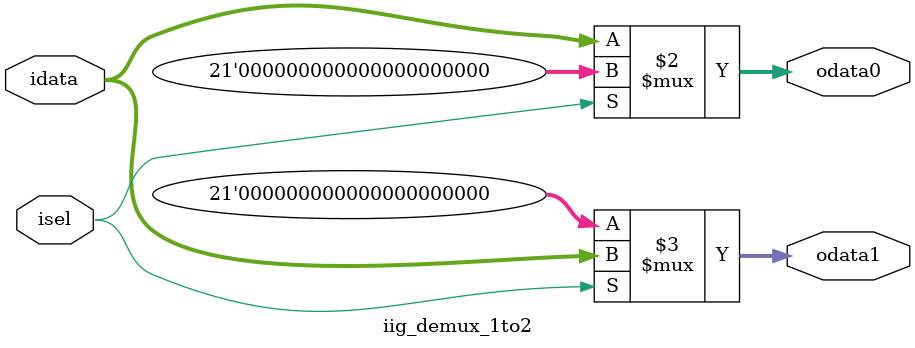
<source format=v>
module iig_demux_1to2 (
					input			[20:0]	idata,
					input					isel,
					output			[20:0]	odata0,
					output			[20:0]	odata1
				);

assign		odata0 = (~isel) ? idata : 21'h0;
assign		odata1 = (isel) ? idata : 21'h0;

endmodule

</source>
